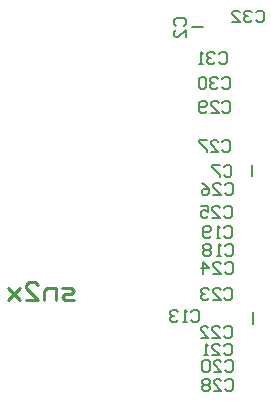
<source format=gbr>
%TF.GenerationSoftware,Altium Limited,Altium Designer,22.10.1 (41)*%
G04 Layer_Color=32896*
%FSLAX45Y45*%
%MOMM*%
%TF.SameCoordinates,8EF9DDD9-B046-4884-B7CB-8C41A3A7CB5C*%
%TF.FilePolarity,Positive*%
%TF.FileFunction,Legend,Bot*%
%TF.Part,Single*%
G01*
G75*
%TA.AperFunction,NonConductor*%
%ADD56C,0.20320*%
%ADD57C,0.15300*%
%ADD58C,0.25400*%
D56*
X3821024Y1321745D02*
Y1418265D01*
X3301740Y3831024D02*
X3398260D01*
X3809022Y2571745D02*
Y2668265D01*
D57*
X3298315Y1418323D02*
X3314976Y1434984D01*
X3348298D01*
X3364960Y1418323D01*
Y1351678D01*
X3348298Y1335016D01*
X3314976D01*
X3298315Y1351678D01*
X3264992Y1335016D02*
X3231669D01*
X3248331D01*
Y1434984D01*
X3264992Y1418323D01*
X3181686D02*
X3165024Y1434984D01*
X3131702D01*
X3115041Y1418323D01*
Y1401661D01*
X3131702Y1385000D01*
X3148363D01*
X3131702D01*
X3115041Y1368339D01*
Y1351678D01*
X3131702Y1335016D01*
X3165024D01*
X3181686Y1351678D01*
X3586645Y838322D02*
X3603306Y854984D01*
X3636629D01*
X3653290Y838322D01*
Y771677D01*
X3636629Y755016D01*
X3603306D01*
X3586645Y771677D01*
X3486678Y755016D02*
X3553323D01*
X3486678Y821661D01*
Y838322D01*
X3503339Y854984D01*
X3536661D01*
X3553323Y838322D01*
X3453355D02*
X3436693Y854984D01*
X3403371D01*
X3386710Y838322D01*
Y821661D01*
X3403371Y805000D01*
X3386710Y788339D01*
Y771677D01*
X3403371Y755016D01*
X3436693D01*
X3453355Y771677D01*
Y788339D01*
X3436693Y805000D01*
X3453355Y821661D01*
Y838322D01*
X3436693Y805000D02*
X3403371D01*
X3846645Y3955822D02*
X3863306Y3972484D01*
X3896629D01*
X3913290Y3955822D01*
Y3889177D01*
X3896629Y3872516D01*
X3863306D01*
X3846645Y3889177D01*
X3813323Y3955822D02*
X3796661Y3972484D01*
X3763339D01*
X3746678Y3955822D01*
Y3939161D01*
X3763339Y3922500D01*
X3780000D01*
X3763339D01*
X3746678Y3905839D01*
Y3889177D01*
X3763339Y3872516D01*
X3796661D01*
X3813323Y3889177D01*
X3646710Y3872516D02*
X3713355D01*
X3646710Y3939161D01*
Y3955822D01*
X3663371Y3972484D01*
X3696693D01*
X3713355Y3955822D01*
X3529984Y3603322D02*
X3546645Y3619984D01*
X3579967D01*
X3596629Y3603322D01*
Y3536677D01*
X3579967Y3520016D01*
X3546645D01*
X3529984Y3536677D01*
X3496661Y3603322D02*
X3480000Y3619984D01*
X3446677D01*
X3430016Y3603322D01*
Y3586661D01*
X3446677Y3570000D01*
X3463339D01*
X3446677D01*
X3430016Y3553339D01*
Y3536677D01*
X3446677Y3520016D01*
X3480000D01*
X3496661Y3536677D01*
X3396693Y3520016D02*
X3363371D01*
X3380032D01*
Y3619984D01*
X3396693Y3603322D01*
X3559813Y3393490D02*
X3576474Y3410152D01*
X3609797D01*
X3626458Y3393490D01*
Y3326845D01*
X3609797Y3310184D01*
X3576474D01*
X3559813Y3326845D01*
X3526491Y3393490D02*
X3509829Y3410152D01*
X3476507D01*
X3459846Y3393490D01*
Y3376829D01*
X3476507Y3360168D01*
X3493168D01*
X3476507D01*
X3459846Y3343506D01*
Y3326845D01*
X3476507Y3310184D01*
X3509829D01*
X3526491Y3326845D01*
X3426523Y3393490D02*
X3409861Y3410152D01*
X3376539D01*
X3359878Y3393490D01*
Y3326845D01*
X3376539Y3310184D01*
X3409861D01*
X3426523Y3326845D01*
Y3393490D01*
X3562145Y3190823D02*
X3578806Y3207484D01*
X3612129D01*
X3628790Y3190823D01*
Y3124178D01*
X3612129Y3107516D01*
X3578806D01*
X3562145Y3124178D01*
X3462177Y3107516D02*
X3528823D01*
X3462177Y3174161D01*
Y3190823D01*
X3478839Y3207484D01*
X3512161D01*
X3528823Y3190823D01*
X3428855Y3124178D02*
X3412193Y3107516D01*
X3378871D01*
X3362210Y3124178D01*
Y3190823D01*
X3378871Y3207484D01*
X3412193D01*
X3428855Y3190823D01*
Y3174161D01*
X3412193Y3157500D01*
X3362210D01*
X3561645Y2855822D02*
X3578307Y2872484D01*
X3611629D01*
X3628290Y2855822D01*
Y2789177D01*
X3611629Y2772516D01*
X3578307D01*
X3561645Y2789177D01*
X3461678Y2772516D02*
X3528323D01*
X3461678Y2839161D01*
Y2855822D01*
X3478339Y2872484D01*
X3511661D01*
X3528323Y2855822D01*
X3428355Y2872484D02*
X3361710D01*
Y2855822D01*
X3428355Y2789177D01*
Y2772516D01*
X3584645Y2495822D02*
X3601306Y2512483D01*
X3634629D01*
X3651290Y2495822D01*
Y2429177D01*
X3634629Y2412516D01*
X3601306D01*
X3584645Y2429177D01*
X3484678Y2412516D02*
X3551323D01*
X3484678Y2479161D01*
Y2495822D01*
X3501339Y2512483D01*
X3534661D01*
X3551323Y2495822D01*
X3384710Y2512483D02*
X3418032Y2495822D01*
X3451355Y2462500D01*
Y2429177D01*
X3434693Y2412516D01*
X3401371D01*
X3384710Y2429177D01*
Y2445838D01*
X3401371Y2462500D01*
X3451355D01*
X3576645Y2303323D02*
X3593307Y2319984D01*
X3626629D01*
X3643290Y2303323D01*
Y2236678D01*
X3626629Y2220016D01*
X3593307D01*
X3576645Y2236678D01*
X3476678Y2220016D02*
X3543323D01*
X3476678Y2286661D01*
Y2303323D01*
X3493339Y2319984D01*
X3526661D01*
X3543323Y2303323D01*
X3376710Y2319984D02*
X3443355D01*
Y2270000D01*
X3410032Y2286661D01*
X3393371D01*
X3376710Y2270000D01*
Y2236678D01*
X3393371Y2220016D01*
X3426693D01*
X3443355Y2236678D01*
X3584145Y1823322D02*
X3600806Y1839984D01*
X3634129D01*
X3650790Y1823322D01*
Y1756677D01*
X3634129Y1740016D01*
X3600806D01*
X3584145Y1756677D01*
X3484177Y1740016D02*
X3550822D01*
X3484177Y1806661D01*
Y1823322D01*
X3500839Y1839984D01*
X3534161D01*
X3550822Y1823322D01*
X3400871Y1740016D02*
Y1839984D01*
X3450855Y1790000D01*
X3384210D01*
X3579145Y1608322D02*
X3595806Y1624984D01*
X3629129D01*
X3645790Y1608322D01*
Y1541677D01*
X3629129Y1525016D01*
X3595806D01*
X3579145Y1541677D01*
X3479177Y1525016D02*
X3545822D01*
X3479177Y1591661D01*
Y1608322D01*
X3495839Y1624984D01*
X3529161D01*
X3545822Y1608322D01*
X3445855D02*
X3429193Y1624984D01*
X3395871D01*
X3379210Y1608322D01*
Y1591661D01*
X3395871Y1575000D01*
X3412532D01*
X3395871D01*
X3379210Y1558339D01*
Y1541677D01*
X3395871Y1525016D01*
X3429193D01*
X3445855Y1541677D01*
X3576645Y1283323D02*
X3593307Y1299984D01*
X3626629D01*
X3643290Y1283323D01*
Y1216678D01*
X3626629Y1200016D01*
X3593307D01*
X3576645Y1216678D01*
X3476678Y1200016D02*
X3543323D01*
X3476678Y1266661D01*
Y1283323D01*
X3493339Y1299984D01*
X3526661D01*
X3543323Y1283323D01*
X3376710Y1200016D02*
X3443355D01*
X3376710Y1266661D01*
Y1283323D01*
X3393371Y1299984D01*
X3426693D01*
X3443355Y1283323D01*
X3575484Y1135822D02*
X3592145Y1152483D01*
X3625467D01*
X3642129Y1135822D01*
Y1069177D01*
X3625467Y1052516D01*
X3592145D01*
X3575484Y1069177D01*
X3475516Y1052516D02*
X3542161D01*
X3475516Y1119161D01*
Y1135822D01*
X3492177Y1152483D01*
X3525500D01*
X3542161Y1135822D01*
X3442193Y1052516D02*
X3408871D01*
X3425532D01*
Y1152483D01*
X3442193Y1135822D01*
X3586645Y993323D02*
X3603306Y1009984D01*
X3636629D01*
X3653290Y993323D01*
Y926678D01*
X3636629Y910016D01*
X3603306D01*
X3586645Y926678D01*
X3486678Y910016D02*
X3553323D01*
X3486678Y976661D01*
Y993323D01*
X3503339Y1009984D01*
X3536661D01*
X3553323Y993323D01*
X3453355D02*
X3436693Y1009984D01*
X3403371D01*
X3386710Y993323D01*
Y926678D01*
X3403371Y910016D01*
X3436693D01*
X3453355Y926678D01*
Y993323D01*
X3578315Y2133323D02*
X3594976Y2149984D01*
X3628298D01*
X3644960Y2133323D01*
Y2066678D01*
X3628298Y2050016D01*
X3594976D01*
X3578315Y2066678D01*
X3544992Y2050016D02*
X3511669D01*
X3528331D01*
Y2149984D01*
X3544992Y2133323D01*
X3461685Y2066678D02*
X3445024Y2050016D01*
X3411702D01*
X3395040Y2066678D01*
Y2133323D01*
X3411702Y2149984D01*
X3445024D01*
X3461685Y2133323D01*
Y2116661D01*
X3445024Y2100000D01*
X3395040D01*
X3584645Y1977249D02*
X3601306Y1993910D01*
X3634629D01*
X3651290Y1977249D01*
Y1910604D01*
X3634629Y1893943D01*
X3601306D01*
X3584645Y1910604D01*
X3551323Y1893943D02*
X3518000D01*
X3534661D01*
Y1993910D01*
X3551323Y1977249D01*
X3468016D02*
X3451355Y1993910D01*
X3418032D01*
X3401371Y1977249D01*
Y1960588D01*
X3418032Y1943927D01*
X3401371Y1927265D01*
Y1910604D01*
X3418032Y1893943D01*
X3451355D01*
X3468016Y1910604D01*
Y1927265D01*
X3451355Y1943927D01*
X3468016Y1960588D01*
Y1977249D01*
X3451355Y1943927D02*
X3418032D01*
X3571661Y2648323D02*
X3588323Y2664984D01*
X3621645D01*
X3638306Y2648323D01*
Y2581678D01*
X3621645Y2565016D01*
X3588323D01*
X3571661Y2581678D01*
X3538339Y2664984D02*
X3471694D01*
Y2648323D01*
X3538339Y2581678D01*
Y2565016D01*
X3171677Y3844161D02*
X3155016Y3860822D01*
Y3894145D01*
X3171677Y3910806D01*
X3238322D01*
X3254984Y3894145D01*
Y3860822D01*
X3238322Y3844161D01*
X3254984Y3744193D02*
Y3810838D01*
X3188339Y3744193D01*
X3171677D01*
X3155016Y3760855D01*
Y3794177D01*
X3171677Y3810838D01*
D58*
X2304600Y1520400D02*
X2228425D01*
X2203033Y1545792D01*
X2228425Y1571184D01*
X2279208D01*
X2304600Y1596575D01*
X2279208Y1621967D01*
X2203033D01*
X2152249Y1520400D02*
Y1621967D01*
X2076074D01*
X2050682Y1596575D01*
Y1520400D01*
X1898331D02*
X1999898D01*
X1898331Y1621967D01*
Y1647359D01*
X1923723Y1672751D01*
X1974507D01*
X1999898Y1647359D01*
X1847548Y1621967D02*
X1745981Y1520400D01*
X1796764Y1571184D01*
X1745981Y1621967D01*
X1847548Y1520400D01*
%TF.MD5,590e62f7126b1cbed15bd773b2e2270b*%
M02*

</source>
